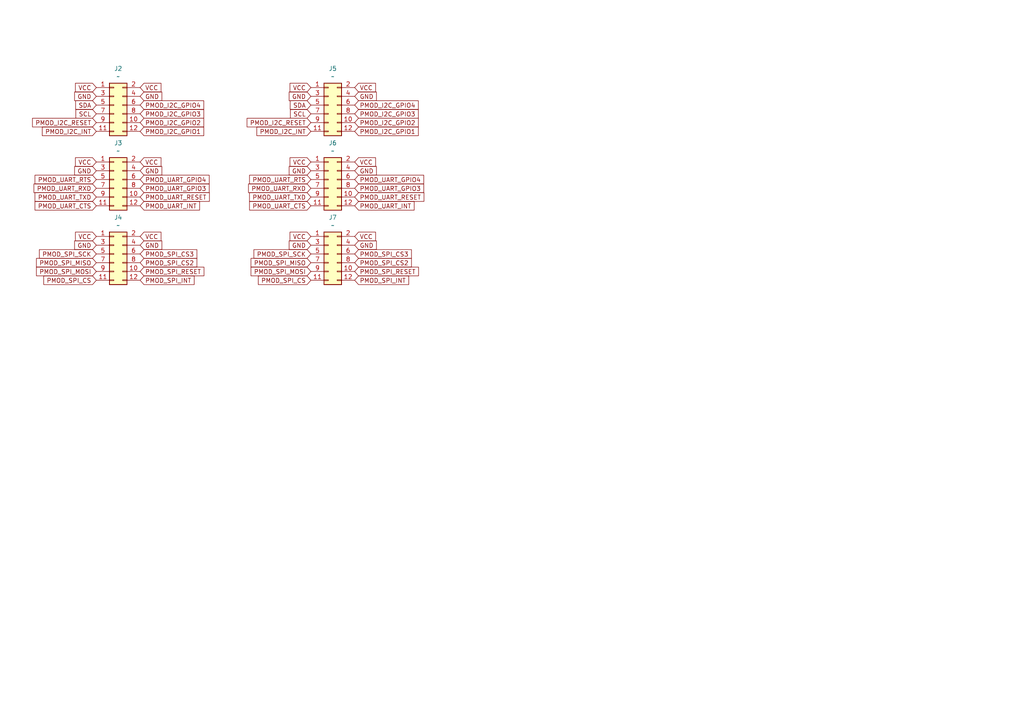
<source format=kicad_sch>
(kicad_sch (version 20211123) (generator eeschema)
  (paper "A4")
  (lib_symbols
    (symbol "Connector_Generic:Conn_02x06_Odd_Even" (pin_names (offset 1.016) hide)
      (property "Reference" "J" (at 1.27 7.62 0))
      (property "Value" "Conn_02x06_Odd_Even" (at 1.27 -10.16 0))
      (symbol "Conn_02x06_Odd_Even_1_1"
        (rectangle (start -1.27 -7.493) (end 0 -7.747) (stroke (width 0.1524)))
        (rectangle (start -1.27 -4.953) (end 0 -5.207) (stroke (width 0.1524)))
        (rectangle (start -1.27 -2.413) (end 0 -2.667) (stroke (width 0.1524)))
        (rectangle (start -1.27 0.127) (end 0 -0.127) (stroke (width 0.1524)))
        (rectangle (start -1.27 2.667) (end 0 2.413) (stroke (width 0.1524)))
        (rectangle (start -1.27 5.207) (end 0 4.953) (stroke (width 0.1524)))
        (rectangle (start -1.27 6.35) (end 3.81 -8.89) (stroke (width 0.254)) (fill (type background)))
        (rectangle (start 3.81 -7.493) (end 2.54 -7.747) (stroke (width 0.1524)))
        (rectangle (start 3.81 -4.953) (end 2.54 -5.207) (stroke (width 0.1524)))
        (rectangle (start 3.81 -2.413) (end 2.54 -2.667) (stroke (width 0.1524)))
        (rectangle (start 3.81 0.127) (end 2.54 -0.127) (stroke (width 0.1524)))
        (rectangle (start 3.81 2.667) (end 2.54 2.413) (stroke (width 0.1524)))
        (rectangle (start 3.81 5.207) (end 2.54 4.953) (stroke (width 0.1524)))
        (pin passive line (at -5.08 5.08 0) (length 3.81) (name "Pin_1") (number "1"))
        (pin passive line (at 7.62 -5.08 180) (length 3.81) (name "Pin_10") (number "10"))
        (pin passive line (at -5.08 -7.62 0) (length 3.81) (name "Pin_11") (number "11"))
        (pin passive line (at 7.62 -7.62 180) (length 3.81) (name "Pin_12") (number "12"))
        (pin passive line (at 7.62 5.08 180) (length 3.81) (name "Pin_2") (number "2"))
        (pin passive line (at -5.08 2.54 0) (length 3.81) (name "Pin_3") (number "3"))
        (pin passive line (at 7.62 2.54 180) (length 3.81) (name "Pin_4") (number "4"))
        (pin passive line (at -5.08 0 0) (length 3.81) (name "Pin_5") (number "5"))
        (pin passive line (at 7.62 0 180) (length 3.81) (name "Pin_6") (number "6"))
        (pin passive line (at -5.08 -2.54 0) (length 3.81) (name "Pin_7") (number "7"))
        (pin passive line (at 7.62 -2.54 180) (length 3.81) (name "Pin_8") (number "8"))
        (pin passive line (at -5.08 -5.08 0) (length 3.81) (name "Pin_9") (number "9"))
      )
    )
  )
  (global_label "PMOD_SPI_CS3" (shape input) (at 40.64 73.66 0) (property "Intersheet-verwijzingen" "${INTERSHEET_REFS}" (effects hide)))
  (global_label "PMOD_UART_RXD" (shape input) (at 27.94 54.61 180) (property "Intersheet-verwijzingen" "${INTERSHEET_REFS}" (effects hide)))
  (global_label "VCC" (shape input) (at 90.17 25.4 180) (property "Intersheet-verwijzingen" "${INTERSHEET_REFS}" (effects hide)))
  (global_label "PMOD_I2C_GPIO4" (shape input) (at 40.64 30.48 0) (property "Intersheet-verwijzingen" "${INTERSHEET_REFS}" (effects hide)))
  (global_label "GND" (shape input) (at 27.94 27.94 180) (property "Intersheet-verwijzingen" "${INTERSHEET_REFS}" (effects hide)))
  (global_label "PMOD_UART_TXD" (shape input) (at 27.94 57.15 180) (property "Intersheet-verwijzingen" "${INTERSHEET_REFS}" (effects hide)))
  (global_label "PMOD_SPI_RESET" (shape input) (at 102.87 78.74 0) (property "Intersheet-verwijzingen" "${INTERSHEET_REFS}" (effects hide)))
  (global_label "PMOD_I2C_INT" (shape input) (at 27.94 38.1 180) (property "Intersheet-verwijzingen" "${INTERSHEET_REFS}" (effects hide)))
  (global_label "GND" (shape input) (at 40.64 49.53 0) (property "Intersheet-verwijzingen" "${INTERSHEET_REFS}" (effects hide)))
  (global_label "PMOD_UART_RESET" (shape input) (at 40.64 57.15 0) (property "Intersheet-verwijzingen" "${INTERSHEET_REFS}" (effects hide)))
  (global_label "PMOD_SPI_CS" (shape input) (at 90.17 81.28 180) (property "Intersheet-verwijzingen" "${INTERSHEET_REFS}" (effects hide)))
  (global_label "PMOD_SPI_INT" (shape input) (at 40.64 81.28 0) (property "Intersheet-verwijzingen" "${INTERSHEET_REFS}" (effects hide)))
  (global_label "VCC" (shape input) (at 102.87 25.4 0) (property "Intersheet-verwijzingen" "${INTERSHEET_REFS}" (effects hide)))
  (global_label "SCL" (shape input) (at 90.17 33.02 180) (property "Intersheet-verwijzingen" "${INTERSHEET_REFS}" (effects hide)))
  (global_label "PMOD_UART_GPIO3" (shape input) (at 40.64 54.61 0) (property "Intersheet-verwijzingen" "${INTERSHEET_REFS}" (effects hide)))
  (global_label "PMOD_I2C_GPIO3" (shape input) (at 102.87 33.02 0) (property "Intersheet-verwijzingen" "${INTERSHEET_REFS}" (effects hide)))
  (global_label "PMOD_I2C_INT" (shape input) (at 90.17 38.1 180) (property "Intersheet-verwijzingen" "${INTERSHEET_REFS}" (effects hide)))
  (global_label "VCC" (shape input) (at 40.64 25.4 0) (property "Intersheet-verwijzingen" "${INTERSHEET_REFS}" (effects hide)))
  (global_label "PMOD_UART_INT" (shape input) (at 40.64 59.69 0) (property "Intersheet-verwijzingen" "${INTERSHEET_REFS}" (effects hide)))
  (global_label "PMOD_UART_GPIO3" (shape input) (at 102.87 54.61 0) (property "Intersheet-verwijzingen" "${INTERSHEET_REFS}" (effects hide)))
  (global_label "GND" (shape input) (at 40.64 27.94 0) (property "Intersheet-verwijzingen" "${INTERSHEET_REFS}" (effects hide)))
  (global_label "PMOD_UART_RESET" (shape input) (at 102.87 57.15 0) (property "Intersheet-verwijzingen" "${INTERSHEET_REFS}" (effects hide)))
  (global_label "VCC" (shape input) (at 102.87 68.58 0) (property "Intersheet-verwijzingen" "${INTERSHEET_REFS}" (effects hide)))
  (global_label "PMOD_UART_CTS" (shape input) (at 27.94 59.69 180) (property "Intersheet-verwijzingen" "${INTERSHEET_REFS}" (effects hide)))
  (global_label "VCC" (shape input) (at 102.87 46.99 0) (property "Intersheet-verwijzingen" "${INTERSHEET_REFS}" (effects hide)))
  (global_label "GND" (shape input) (at 40.64 71.12 0) (property "Intersheet-verwijzingen" "${INTERSHEET_REFS}" (effects hide)))
  (global_label "GND" (shape input) (at 102.87 27.94 0) (property "Intersheet-verwijzingen" "${INTERSHEET_REFS}" (effects hide)))
  (global_label "VCC" (shape input) (at 40.64 68.58 0) (property "Intersheet-verwijzingen" "${INTERSHEET_REFS}" (effects hide)))
  (global_label "PMOD_I2C_GPIO2" (shape input) (at 102.87 35.56 0) (property "Intersheet-verwijzingen" "${INTERSHEET_REFS}" (effects hide)))
  (global_label "PMOD_SPI_MISO" (shape input) (at 90.17 76.2 180) (property "Intersheet-verwijzingen" "${INTERSHEET_REFS}" (effects hide)))
  (global_label "VCC" (shape input) (at 90.17 46.99 180) (property "Intersheet-verwijzingen" "${INTERSHEET_REFS}" (effects hide)))
  (global_label "GND" (shape input) (at 90.17 71.12 180) (property "Intersheet-verwijzingen" "${INTERSHEET_REFS}" (effects hide)))
  (global_label "PMOD_UART_RXD" (shape input) (at 90.17 54.61 180) (property "Intersheet-verwijzingen" "${INTERSHEET_REFS}" (effects hide)))
  (global_label "GND" (shape input) (at 27.94 49.53 180) (property "Intersheet-verwijzingen" "${INTERSHEET_REFS}" (effects hide)))
  (global_label "PMOD_I2C_RESET" (shape input) (at 90.17 35.56 180) (property "Intersheet-verwijzingen" "${INTERSHEET_REFS}" (effects hide)))
  (global_label "PMOD_I2C_GPIO1" (shape input) (at 102.87 38.1 0) (property "Intersheet-verwijzingen" "${INTERSHEET_REFS}" (effects hide)))
  (global_label "PMOD_SPI_CS2" (shape input) (at 102.87 76.2 0) (property "Intersheet-verwijzingen" "${INTERSHEET_REFS}" (effects hide)))
  (global_label "PMOD_UART_RTS" (shape input) (at 27.94 52.07 180) (property "Intersheet-verwijzingen" "${INTERSHEET_REFS}" (effects hide)))
  (global_label "PMOD_UART_GPIO4" (shape input) (at 102.87 52.07 0) (property "Intersheet-verwijzingen" "${INTERSHEET_REFS}" (effects hide)))
  (global_label "PMOD_I2C_RESET" (shape input) (at 27.94 35.56 180) (property "Intersheet-verwijzingen" "${INTERSHEET_REFS}" (effects hide)))
  (global_label "PMOD_I2C_GPIO1" (shape input) (at 40.64 38.1 0) (property "Intersheet-verwijzingen" "${INTERSHEET_REFS}" (effects hide)))
  (global_label "SCL" (shape input) (at 27.94 33.02 180) (property "Intersheet-verwijzingen" "${INTERSHEET_REFS}" (effects hide)))
  (global_label "SDA" (shape input) (at 90.17 30.48 180) (property "Intersheet-verwijzingen" "${INTERSHEET_REFS}" (effects hide)))
  (global_label "VCC" (shape input) (at 27.94 68.58 180) (property "Intersheet-verwijzingen" "${INTERSHEET_REFS}" (effects hide)))
  (global_label "PMOD_SPI_MISO" (shape input) (at 27.94 76.2 180) (property "Intersheet-verwijzingen" "${INTERSHEET_REFS}" (effects hide)))
  (global_label "PMOD_I2C_GPIO2" (shape input) (at 40.64 35.56 0) (property "Intersheet-verwijzingen" "${INTERSHEET_REFS}" (effects hide)))
  (global_label "PMOD_UART_INT" (shape input) (at 102.87 59.69 0) (property "Intersheet-verwijzingen" "${INTERSHEET_REFS}" (effects hide)))
  (global_label "PMOD_SPI_CS" (shape input) (at 27.94 81.28 180) (property "Intersheet-verwijzingen" "${INTERSHEET_REFS}" (effects hide)))
  (global_label "PMOD_I2C_GPIO4" (shape input) (at 102.87 30.48 0) (property "Intersheet-verwijzingen" "${INTERSHEET_REFS}" (effects hide)))
  (global_label "GND" (shape input) (at 102.87 49.53 0) (property "Intersheet-verwijzingen" "${INTERSHEET_REFS}" (effects hide)))
  (global_label "VCC" (shape input) (at 40.64 46.99 0) (property "Intersheet-verwijzingen" "${INTERSHEET_REFS}" (effects hide)))
  (global_label "PMOD_SPI_MOSI" (shape input) (at 90.17 78.74 180) (property "Intersheet-verwijzingen" "${INTERSHEET_REFS}" (effects hide)))
  (global_label "PMOD_SPI_RESET" (shape input) (at 40.64 78.74 0) (property "Intersheet-verwijzingen" "${INTERSHEET_REFS}" (effects hide)))
  (global_label "GND" (shape input) (at 90.17 27.94 180) (property "Intersheet-verwijzingen" "${INTERSHEET_REFS}" (effects hide)))
  (global_label "PMOD_UART_GPIO4" (shape input) (at 40.64 52.07 0) (property "Intersheet-verwijzingen" "${INTERSHEET_REFS}" (effects hide)))
  (global_label "GND" (shape input) (at 102.87 71.12 0) (property "Intersheet-verwijzingen" "${INTERSHEET_REFS}" (effects hide)))
  (global_label "VCC" (shape input) (at 27.94 46.99 180) (property "Intersheet-verwijzingen" "${INTERSHEET_REFS}" (effects hide)))
  (global_label "GND" (shape input) (at 90.17 49.53 180) (property "Intersheet-verwijzingen" "${INTERSHEET_REFS}" (effects hide)))
  (global_label "GND" (shape input) (at 27.94 71.12 180) (property "Intersheet-verwijzingen" "${INTERSHEET_REFS}" (effects hide)))
  (global_label "PMOD_SPI_MOSI" (shape input) (at 27.94 78.74 180) (property "Intersheet-verwijzingen" "${INTERSHEET_REFS}" (effects hide)))
  (global_label "PMOD_UART_TXD" (shape input) (at 90.17 57.15 180) (property "Intersheet-verwijzingen" "${INTERSHEET_REFS}" (effects hide)))
  (global_label "PMOD_SPI_INT" (shape input) (at 102.87 81.28 0) (property "Intersheet-verwijzingen" "${INTERSHEET_REFS}" (effects hide)))
  (global_label "PMOD_SPI_SCK" (shape input) (at 27.94 73.66 180) (property "Intersheet-verwijzingen" "${INTERSHEET_REFS}" (effects hide)))
  (global_label "PMOD_SPI_CS2" (shape input) (at 40.64 76.2 0) (property "Intersheet-verwijzingen" "${INTERSHEET_REFS}" (effects hide)))
  (global_label "PMOD_I2C_GPIO3" (shape input) (at 40.64 33.02 0) (property "Intersheet-verwijzingen" "${INTERSHEET_REFS}" (effects hide)))
  (global_label "PMOD_UART_CTS" (shape input) (at 90.17 59.69 180) (property "Intersheet-verwijzingen" "${INTERSHEET_REFS}" (effects hide)))
  (global_label "VCC" (shape input) (at 90.17 68.58 180) (property "Intersheet-verwijzingen" "${INTERSHEET_REFS}" (effects hide)))
  (global_label "SDA" (shape input) (at 27.94 30.48 180) (property "Intersheet-verwijzingen" "${INTERSHEET_REFS}" (effects hide)))
  (global_label "PMOD_UART_RTS" (shape input) (at 90.17 52.07 180) (property "Intersheet-verwijzingen" "${INTERSHEET_REFS}" (effects hide)))
  (global_label "VCC" (shape input) (at 27.94 25.4 180) (property "Intersheet-verwijzingen" "${INTERSHEET_REFS}" (effects hide)))
  (global_label "PMOD_SPI_SCK" (shape input) (at 90.17 73.66 180) (property "Intersheet-verwijzingen" "${INTERSHEET_REFS}" (effects hide)))
  (global_label "PMOD_SPI_CS3" (shape input) (at 102.87 73.66 0) (property "Intersheet-verwijzingen" "${INTERSHEET_REFS}" (effects hide)))
  (symbol (lib_id "Connector_Generic:Conn_02x06_Odd_Even") (at 33.02 30.48 0) (unit 1)
    (property "Reference" "J2" (at 34.29 19.8882 0))
    (property "Value" "~" (at 34.29 22.1996 0))
    (property "Footprint" "Connector_PinHeader_2.54mm:PinHeader_2x06_P2.54mm_Horizontal" (effects hide))
  )
  (symbol (lib_id "Connector_Generic:Conn_02x06_Odd_Even") (at 33.02 52.07 0) (unit 1)
    (property "Reference" "J3" (at 34.29 41.4782 0))
    (property "Value" "~" (at 34.29 43.7896 0))
    (property "Footprint" "Connector_PinHeader_2.54mm:PinHeader_2x06_P2.54mm_Horizontal" (effects hide))
  )
  (symbol (lib_id "Connector_Generic:Conn_02x06_Odd_Even") (at 33.02 73.66 0) (unit 1)
    (property "Reference" "J4" (at 34.29 63.0682 0))
    (property "Value" "~" (at 34.29 65.3796 0))
    (property "Footprint" "Connector_PinHeader_2.54mm:PinHeader_2x06_P2.54mm_Horizontal" (effects hide))
  )
  (symbol (lib_id "Connector_Generic:Conn_02x06_Odd_Even") (at 95.25 30.48 0) (unit 1)
    (property "Reference" "J5" (at 96.52 19.8882 0))
    (property "Value" "~" (at 96.52 22.1996 0))
    (property "Footprint" "Connector_PinSocket_2.54mm:PinSocket_2x06_P2.54mm_Horizontal" (effects hide))
  )
  (symbol (lib_id "Connector_Generic:Conn_02x06_Odd_Even") (at 95.25 52.07 0) (unit 1)
    (property "Reference" "J6" (at 96.52 41.4782 0))
    (property "Value" "~" (at 96.52 43.7896 0))
    (property "Footprint" "Connector_PinSocket_2.54mm:PinSocket_2x06_P2.54mm_Horizontal" (effects hide))
  )
  (symbol (lib_id "Connector_Generic:Conn_02x06_Odd_Even") (at 95.25 73.66 0) (unit 1)
    (property "Reference" "J7" (at 96.52 63.0682 0))
    (property "Value" "~" (at 96.52 65.3796 0))
    (property "Footprint" "Connector_PinSocket_2.54mm:PinSocket_2x06_P2.54mm_Horizontal" (effects hide))
  )
)
</source>
